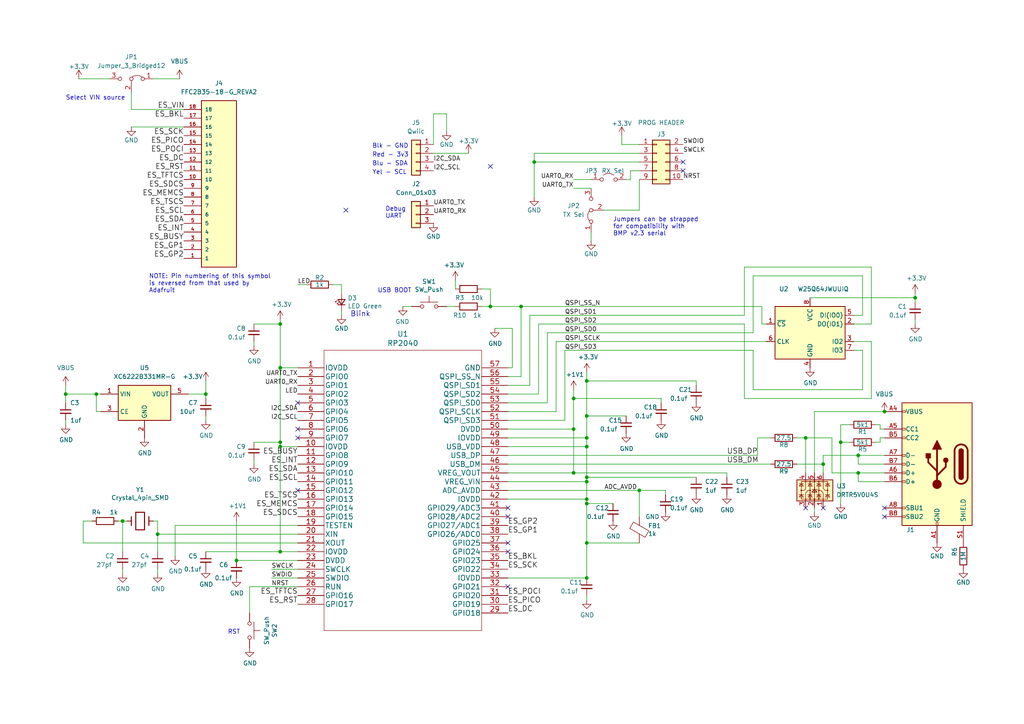
<source format=kicad_sch>
(kicad_sch (version 20211123) (generator eeschema)
  (paper "A4")
  (lib_symbols
    (symbol "Connector:USB_C_Receptacle_USB2.0" (pin_names (offset 1.016))
      (property "Reference" "J" (at -10.16 19.05 0))
      (property "Value" "USB_C_Receptacle_USB2.0" (at 19.05 19.05 0))
      (symbol "USB_C_Receptacle_USB2.0_1_1"
        (pin passive line (at 0 -22.86 90) (length 5.08) (name "GND") (number "A1"))
        (pin passive line (at 0 -22.86 90) (length 5.08) hide (name "GND") (number "A12"))
        (pin passive line (at 15.24 15.24 180) (length 5.08) (name "VBUS") (number "A4"))
        (pin bidirectional line (at 15.24 10.16 180) (length 5.08) (name "CC1") (number "A5"))
        (pin bidirectional line (at 15.24 -2.54 180) (length 5.08) (name "D+") (number "A6"))
        (pin bidirectional line (at 15.24 2.54 180) (length 5.08) (name "D-") (number "A7"))
        (pin bidirectional line (at 15.24 -12.7 180) (length 5.08) (name "SBU1") (number "A8"))
        (pin passive line (at 15.24 15.24 180) (length 5.08) hide (name "VBUS") (number "A9"))
        (pin passive line (at 0 -22.86 90) (length 5.08) hide (name "GND") (number "B1"))
        (pin passive line (at 0 -22.86 90) (length 5.08) hide (name "GND") (number "B12"))
        (pin passive line (at 15.24 15.24 180) (length 5.08) hide (name "VBUS") (number "B4"))
        (pin bidirectional line (at 15.24 7.62 180) (length 5.08) (name "CC2") (number "B5"))
        (pin bidirectional line (at 15.24 -5.08 180) (length 5.08) (name "D+") (number "B6"))
        (pin bidirectional line (at 15.24 0 180) (length 5.08) (name "D-") (number "B7"))
        (pin bidirectional line (at 15.24 -15.24 180) (length 5.08) (name "SBU2") (number "B8"))
        (pin passive line (at 15.24 15.24 180) (length 5.08) hide (name "VBUS") (number "B9"))
        (pin passive line (at -7.62 -22.86 90) (length 5.08) (name "SHIELD") (number "S1"))
      )
    )
    (symbol "Connector_Generic:Conn_01x03" (pin_names (offset 1.016) hide)
      (property "Reference" "J" (at 0 5.08 0))
      (property "Value" "Conn_01x03" (at 0 -5.08 0))
      (symbol "Conn_01x03_1_1"
        (pin passive line (at -5.08 2.54 0) (length 3.81) (name "Pin_1") (number "1"))
        (pin passive line (at -5.08 0 0) (length 3.81) (name "Pin_2") (number "2"))
        (pin passive line (at -5.08 -2.54 0) (length 3.81) (name "Pin_3") (number "3"))
      )
    )
    (symbol "Connector_Generic:Conn_01x04" (pin_names (offset 1.016) hide)
      (property "Reference" "J" (at 0 5.08 0))
      (property "Value" "Conn_01x04" (at 0 -7.62 0))
      (symbol "Conn_01x04_1_1"
        (pin passive line (at -5.08 2.54 0) (length 3.81) (name "Pin_1") (number "1"))
        (pin passive line (at -5.08 0 0) (length 3.81) (name "Pin_2") (number "2"))
        (pin passive line (at -5.08 -2.54 0) (length 3.81) (name "Pin_3") (number "3"))
        (pin passive line (at -5.08 -5.08 0) (length 3.81) (name "Pin_4") (number "4"))
      )
    )
    (symbol "Connector_Generic:Conn_02x05_Odd_Even" (pin_names (offset 1.016) hide)
      (property "Reference" "J" (at 1.27 7.62 0))
      (property "Value" "Conn_02x05_Odd_Even" (at 1.27 -7.62 0))
      (symbol "Conn_02x05_Odd_Even_1_1"
        (pin passive line (at -5.08 5.08 0) (length 3.81) (name "Pin_1") (number "1"))
        (pin passive line (at 7.62 -5.08 180) (length 3.81) (name "Pin_10") (number "10"))
        (pin passive line (at 7.62 5.08 180) (length 3.81) (name "Pin_2") (number "2"))
        (pin passive line (at -5.08 2.54 0) (length 3.81) (name "Pin_3") (number "3"))
        (pin passive line (at 7.62 2.54 180) (length 3.81) (name "Pin_4") (number "4"))
        (pin passive line (at -5.08 0 0) (length 3.81) (name "Pin_5") (number "5"))
        (pin passive line (at 7.62 0 180) (length 3.81) (name "Pin_6") (number "6"))
        (pin passive line (at -5.08 -2.54 0) (length 3.81) (name "Pin_7") (number "7"))
        (pin passive line (at 7.62 -2.54 180) (length 3.81) (name "Pin_8") (number "8"))
        (pin passive line (at -5.08 -5.08 0) (length 3.81) (name "Pin_9") (number "9"))
      )
    )
    (symbol "Device:C_Small" (pin_numbers hide) (pin_names (offset 0.254) hide)
      (property "Reference" "C" (at 0.254 1.778 0))
      (property "Value" "C_Small" (at 0.254 -2.032 0))
      (symbol "C_Small_1_1"
        (pin passive line (at 0 2.54 270) (length 2.032) (name "~") (number "1"))
        (pin passive line (at 0 -2.54 90) (length 2.032) (name "~") (number "2"))
      )
    )
    (symbol "Device:FerriteBead" (pin_numbers hide) (pin_names (offset 0))
      (property "Reference" "FB" (at -3.81 0.635 90))
      (property "Value" "FerriteBead" (at 3.81 0 90))
      (symbol "FerriteBead_1_1"
        (pin passive line (at 0 3.81 270) (length 2.54) (name "~") (number "1"))
        (pin passive line (at 0 -3.81 90) (length 2.54) (name "~") (number "2"))
      )
    )
    (symbol "Device:LED_Small" (pin_numbers hide) (pin_names (offset 0.254) hide)
      (property "Reference" "D" (at -1.27 3.175 0))
      (property "Value" "LED_Small" (at -4.445 -2.54 0))
      (symbol "LED_Small_1_1"
        (pin passive line (at -2.54 0 0) (length 1.778) (name "K") (number "1"))
        (pin passive line (at 2.54 0 180) (length 1.778) (name "A") (number "2"))
      )
    )
    (symbol "Device:R" (pin_numbers hide) (pin_names (offset 0))
      (property "Reference" "R" (at 2.032 0 90))
      (property "Value" "R" (at 0 0 90))
      (symbol "R_1_1"
        (pin passive line (at 0 3.81 270) (length 1.27) (name "~") (number "1"))
        (pin passive line (at 0 -3.81 90) (length 1.27) (name "~") (number "2"))
      )
    )
    (symbol "Jumper:Jumper_2_Open" (pin_names (offset 0) hide)
      (property "Reference" "JP" (at 0 2.794 0))
      (property "Value" "Jumper_2_Open" (at 0 -2.286 0))
      (symbol "Jumper_2_Open_1_1"
        (pin passive line (at -5.08 0 0) (length 2.54) (name "A") (number "1"))
        (pin passive line (at 5.08 0 180) (length 2.54) (name "B") (number "2"))
      )
    )
    (symbol "Jumper:Jumper_3_Bridged12" (pin_names (offset 0) hide)
      (property "Reference" "JP" (at -2.54 -2.54 0))
      (property "Value" "Jumper_3_Bridged12" (at 0 2.794 0))
      (symbol "Jumper_3_Bridged12_1_1"
        (pin passive line (at -6.35 0 0) (length 2.54) (name "A") (number "1"))
        (pin passive line (at 0 -3.81 90) (length 2.54) (name "C") (number "2"))
        (pin passive line (at 6.35 0 180) (length 2.54) (name "B") (number "3"))
      )
    )
    (symbol "Memory_Flash:W25Q32JVSS"
      (property "Reference" "U" (at -8.89 8.89 0))
      (property "Value" "W25Q32JVSS" (at 7.62 8.89 0))
      (symbol "W25Q32JVSS_1_1"
        (pin input line (at -12.7 2.54 0) (length 2.54) (name "~{CS}") (number "1"))
        (pin bidirectional line (at 12.7 2.54 180) (length 2.54) (name "DO(IO1)") (number "2"))
        (pin bidirectional line (at 12.7 -2.54 180) (length 2.54) (name "IO2") (number "3"))
        (pin power_in line (at 0 -10.16 90) (length 2.54) (name "GND") (number "4"))
        (pin bidirectional line (at 12.7 5.08 180) (length 2.54) (name "DI(IO0)") (number "5"))
        (pin input line (at -12.7 -2.54 0) (length 2.54) (name "CLK") (number "6"))
        (pin bidirectional line (at 12.7 -5.08 180) (length 2.54) (name "IO3") (number "7"))
        (pin power_in line (at 0 10.16 270) (length 2.54) (name "VCC") (number "8"))
      )
    )
    (symbol "Power_Protection:NUP4202"
      (property "Reference" "U" (at -6.985 -2.54 0))
      (property "Value" "NUP4202" (at 6.35 1.27 90))
      (symbol "NUP4202_1_1"
        (pin passive line (at -2.54 -5.08 90) (length 2.54) (name "~") (number "1"))
        (pin passive line (at 0 -5.08 90) (length 2.54) (name "~") (number "2"))
        (pin passive line (at 2.54 -5.08 90) (length 2.54) (name "~") (number "3"))
        (pin passive line (at 2.54 5.08 270) (length 2.54) (name "~") (number "4"))
        (pin passive line (at 0 5.08 270) (length 2.54) (name "~") (number "5"))
        (pin passive line (at -2.54 5.08 270) (length 2.54) (name "~") (number "6"))
      )
    )
    (symbol "Regulator_Linear:XC6210B332MR"
      (property "Reference" "U" (at 0 8.89 0))
      (property "Value" "XC6210B332MR" (at 0 6.35 0))
      (symbol "XC6210B332MR_1_1"
        (pin power_in line (at -12.7 2.54 0) (length 5.08) (name "VIN") (number "1"))
        (pin power_in line (at 0 -10.16 90) (length 5.08) (name "GND") (number "2"))
        (pin input line (at -12.7 -2.54 0) (length 5.08) (name "CE") (number "3"))
        (pin no_connect line (at 12.7 -2.54 180) (length 5.08) hide (name "NC") (number "4"))
        (pin power_out line (at 12.7 2.54 180) (length 5.08) (name "VOUT") (number "5"))
      )
    )
    (symbol "Switch:SW_Push" (pin_numbers hide) (pin_names (offset 1.016) hide)
      (property "Reference" "SW" (at 1.27 2.54 0))
      (property "Value" "SW_Push" (at 0 -1.524 0))
      (symbol "SW_Push_0_1"
        (pin passive line (at -5.08 0 0) (length 2.54) (name "1") (number "1"))
        (pin passive line (at 5.08 0 180) (length 2.54) (name "2") (number "2"))
      )
    )
    (symbol "emeb_library:Crystal_4pin_SMD" (pin_numbers hide) (pin_names (offset 1.016) hide)
      (property "Reference" "Y" (at 0 3.81 0))
      (property "Value" "Crystal_4pin_SMD" (at 0 -3.81 0))
      (symbol "Crystal_4pin_SMD_1_1"
        (pin passive line (at -3.81 0 0) (length 1.27) (name "1") (number "1"))
        (pin passive line (at 3.81 0 180) (length 1.27) (name "3") (number "3"))
      )
    )
    (symbol "emeb_library:FFC2B35-18-G_REVA2" (pin_names (offset 1.016))
      (property "Reference" "J" (at -5.08 26.67 0))
      (property "Value" "FFC2B35-18-G_REVA2" (at -5.08 -25.4 0))
      (symbol "FFC2B35-18-G_REVA2_0_0"
        (pin passive line (at -10.16 22.86 0) (length 5.08) (name "1") (number "1"))
        (pin passive line (at -10.16 0 0) (length 5.08) (name "10") (number "10"))
        (pin passive line (at -10.16 -2.54 0) (length 5.08) (name "11") (number "11"))
        (pin passive line (at -10.16 -5.08 0) (length 5.08) (name "12") (number "12"))
        (pin passive line (at -10.16 -7.62 0) (length 5.08) (name "13") (number "13"))
        (pin passive line (at -10.16 -10.16 0) (length 5.08) (name "14") (number "14"))
        (pin passive line (at -10.16 -12.7 0) (length 5.08) (name "15") (number "15"))
        (pin passive line (at -10.16 -15.24 0) (length 5.08) (name "16") (number "16"))
        (pin passive line (at -10.16 -17.78 0) (length 5.08) (name "17") (number "17"))
        (pin passive line (at -10.16 -20.32 0) (length 5.08) (name "18") (number "18"))
        (pin passive line (at -10.16 20.32 0) (length 5.08) (name "2") (number "2"))
        (pin passive line (at -10.16 17.78 0) (length 5.08) (name "3") (number "3"))
        (pin passive line (at -10.16 15.24 0) (length 5.08) (name "4") (number "4"))
        (pin passive line (at -10.16 12.7 0) (length 5.08) (name "5") (number "5"))
        (pin passive line (at -10.16 10.16 0) (length 5.08) (name "6") (number "6"))
        (pin passive line (at -10.16 7.62 0) (length 5.08) (name "7") (number "7"))
        (pin passive line (at -10.16 5.08 0) (length 5.08) (name "8") (number "8"))
        (pin passive line (at -10.16 2.54 0) (length 5.08) (name "9") (number "9"))
      )
    )
    (symbol "emeb_library:RP2040" (pin_names (offset 0.254))
      (property "Reference" "U" (at 30.48 10.16 0))
      (property "Value" "RP2040" (at 30.48 7.62 0))
      (symbol "RP2040_1_1"
        (pin power_in line (at 0 0 0) (length 7.62) (name "IOVDD") (number "1"))
        (pin power_in line (at 0 -22.86 0) (length 7.62) (name "IOVDD") (number "10"))
        (pin bidirectional line (at 0 -25.4 0) (length 7.62) (name "GPIO8") (number "11"))
        (pin bidirectional line (at 0 -27.94 0) (length 7.62) (name "GPIO9") (number "12"))
        (pin bidirectional line (at 0 -30.48 0) (length 7.62) (name "GPIO10") (number "13"))
        (pin bidirectional line (at 0 -33.02 0) (length 7.62) (name "GPIO11") (number "14"))
        (pin bidirectional line (at 0 -35.56 0) (length 7.62) (name "GPIO12") (number "15"))
        (pin bidirectional line (at 0 -38.1 0) (length 7.62) (name "GPIO13") (number "16"))
        (pin bidirectional line (at 0 -40.64 0) (length 7.62) (name "GPIO14") (number "17"))
        (pin bidirectional line (at 0 -43.18 0) (length 7.62) (name "GPIO15") (number "18"))
        (pin unspecified line (at 0 -45.72 0) (length 7.62) (name "TESTEN") (number "19"))
        (pin bidirectional line (at 0 -2.54 0) (length 7.62) (name "GPIO0") (number "2"))
        (pin unspecified line (at 0 -48.26 0) (length 7.62) (name "XIN") (number "20"))
        (pin output line (at 0 -50.8 0) (length 7.62) (name "XOUT") (number "21"))
        (pin power_in line (at 0 -53.34 0) (length 7.62) (name "IOVDD") (number "22"))
        (pin power_in line (at 0 -55.88 0) (length 7.62) (name "DVDD") (number "23"))
        (pin unspecified line (at 0 -58.42 0) (length 7.62) (name "SWCLK") (number "24"))
        (pin unspecified line (at 0 -60.96 0) (length 7.62) (name "SWDIO") (number "25"))
        (pin unspecified line (at 0 -63.5 0) (length 7.62) (name "RUN") (number "26"))
        (pin bidirectional line (at 0 -66.04 0) (length 7.62) (name "GPIO16") (number "27"))
        (pin bidirectional line (at 0 -68.58 0) (length 7.62) (name "GPIO17") (number "28"))
        (pin bidirectional line (at 60.96 -71.12 180) (length 7.62) (name "GPIO18") (number "29"))
        (pin bidirectional line (at 0 -5.08 0) (length 7.62) (name "GPIO1") (number "3"))
        (pin bidirectional line (at 60.96 -68.58 180) (length 7.62) (name "GPIO19") (number "30"))
        (pin bidirectional line (at 60.96 -66.04 180) (length 7.62) (name "GPIO20") (number "31"))
        (pin bidirectional line (at 60.96 -63.5 180) (length 7.62) (name "GPIO21") (number "32"))
        (pin power_in line (at 60.96 -60.96 180) (length 7.62) (name "IOVDD") (number "33"))
        (pin bidirectional line (at 60.96 -58.42 180) (length 7.62) (name "GPIO22") (number "34"))
        (pin bidirectional line (at 60.96 -55.88 180) (length 7.62) (name "GPIO23") (number "35"))
        (pin bidirectional line (at 60.96 -53.34 180) (length 7.62) (name "GPIO24") (number "36"))
        (pin bidirectional line (at 60.96 -50.8 180) (length 7.62) (name "GPIO25") (number "37"))
        (pin bidirectional line (at 60.96 -48.26 180) (length 7.62) (name "GPIO26/ADC0") (number "38"))
        (pin bidirectional line (at 60.96 -45.72 180) (length 7.62) (name "GPIO27/ADC1") (number "39"))
        (pin bidirectional line (at 0 -7.62 0) (length 7.62) (name "GPIO2") (number "4"))
        (pin bidirectional line (at 60.96 -43.18 180) (length 7.62) (name "GPIO28/ADC2") (number "40"))
        (pin bidirectional line (at 60.96 -40.64 180) (length 7.62) (name "GPIO29/ADC3") (number "41"))
        (pin power_in line (at 60.96 -38.1 180) (length 7.62) (name "IOVDD") (number "42"))
        (pin power_in line (at 60.96 -35.56 180) (length 7.62) (name "ADC_AVDD") (number "43"))
        (pin unspecified line (at 60.96 -33.02 180) (length 7.62) (name "VREG_VIN") (number "44"))
        (pin output line (at 60.96 -30.48 180) (length 7.62) (name "VREG_VOUT") (number "45"))
        (pin unspecified line (at 60.96 -27.94 180) (length 7.62) (name "USB_DM") (number "46"))
        (pin unspecified line (at 60.96 -25.4 180) (length 7.62) (name "USB_DP") (number "47"))
        (pin power_in line (at 60.96 -22.86 180) (length 7.62) (name "USB_VDD") (number "48"))
        (pin power_in line (at 60.96 -20.32 180) (length 7.62) (name "IOVDD") (number "49"))
        (pin bidirectional line (at 0 -10.16 0) (length 7.62) (name "GPIO3") (number "5"))
        (pin power_in line (at 60.96 -17.78 180) (length 7.62) (name "DVDD") (number "50"))
        (pin bidirectional line (at 60.96 -15.24 180) (length 7.62) (name "QSPI_SD3") (number "51"))
        (pin unspecified line (at 60.96 -12.7 180) (length 7.62) (name "QSPI_SCLK") (number "52"))
        (pin bidirectional line (at 60.96 -10.16 180) (length 7.62) (name "QSPI_SD0") (number "53"))
        (pin bidirectional line (at 60.96 -7.62 180) (length 7.62) (name "QSPI_SD2") (number "54"))
        (pin bidirectional line (at 60.96 -5.08 180) (length 7.62) (name "QSPI_SD1") (number "55"))
        (pin unspecified line (at 60.96 -2.54 180) (length 7.62) (name "QSPI_SS_N") (number "56"))
        (pin power_in line (at 60.96 0 180) (length 7.62) (name "GND") (number "57"))
        (pin bidirectional line (at 0 -12.7 0) (length 7.62) (name "GPIO4") (number "6"))
        (pin bidirectional line (at 0 -15.24 0) (length 7.62) (name "GPIO5") (number "7"))
        (pin bidirectional line (at 0 -17.78 0) (length 7.62) (name "GPIO6") (number "8"))
        (pin bidirectional line (at 0 -20.32 0) (length 7.62) (name "GPIO7") (number "9"))
      )
    )
    (symbol "power:+1V1" (power) (pin_names (offset 0))
      (property "Value" "+1V1" (at 0 3.556 0))
      (symbol "+1V1_1_1"
        (pin power_in line (at 0 0 90) (length 0) hide (name "+1V1") (number "1"))
      )
    )
    (symbol "power:+3.3V" (power) (pin_names (offset 0))
      (property "Value" "+3.3V" (at 0 3.556 0))
      (symbol "+3.3V_1_1"
        (pin power_in line (at 0 0 90) (length 0) hide (name "+3.3V") (number "1"))
      )
    )
    (symbol "power:GND" (power) (pin_names (offset 0))
      (property "Value" "GND" (at 0 -3.81 0))
      (symbol "GND_1_1"
        (pin power_in line (at 0 0 270) (length 0) hide (name "GND") (number "1"))
      )
    )
    (symbol "power:VBUS" (power) (pin_names (offset 0))
      (property "Value" "VBUS" (at 0 3.81 0))
      (symbol "VBUS_1_1"
        (pin power_in line (at 0 0 90) (length 0) hide (name "VBUS") (number "1"))
      )
    )
  )
  (junction (at 265.43 86.36))
  (junction (at 170.18 146.05))
  (junction (at 81.28 128.27))
  (junction (at 170.18 120.65))
  (junction (at 185.42 142.24))
  (junction (at 238.76 134.62))
  (junction (at 45.72 154.94))
  (junction (at 154.94 46.99))
  (junction (at 35.56 151.13))
  (junction (at 170.18 129.54))
  (junction (at 27.94 114.3))
  (junction (at 166.37 115.57))
  (junction (at 248.92 132.08))
  (junction (at 248.92 137.16))
  (junction (at 256.54 119.38))
  (junction (at 170.18 157.48))
  (junction (at 151.13 88.9))
  (junction (at 81.28 129.54))
  (junction (at 170.18 139.7))
  (junction (at 142.24 88.9))
  (junction (at 243.84 128.27))
  (junction (at 166.37 137.16))
  (junction (at 68.58 162.56))
  (junction (at 170.18 144.78))
  (junction (at 81.28 106.68))
  (junction (at 81.28 160.02))
  (junction (at 170.18 138.43))
  (junction (at 166.37 124.46))
  (junction (at 59.69 114.3))
  (junction (at 170.18 127))
  (junction (at 81.28 93.98))
  (junction (at 19.05 114.3))
  (junction (at 170.18 110.49))
  (junction (at 233.68 127))
  (junction (at 170.18 167.64))
  (no_connect (at 86.36 142.24))
  (no_connect (at 147.32 157.48))
  (no_connect (at 198.12 49.53))
  (no_connect (at 100.33 60.96))
  (no_connect (at 86.36 127))
  (no_connect (at 147.32 160.02))
  (no_connect (at 147.32 147.32))
  (no_connect (at 256.54 149.86))
  (no_connect (at 198.12 46.99))
  (no_connect (at 256.54 147.32))
  (no_connect (at -6.35 -22.86))
  (no_connect (at 86.36 124.46))
  (no_connect (at 86.36 116.84))
  (no_connect (at 147.32 149.86))
  (no_connect (at 147.32 170.18))
  (no_connect (at 142.24 48.26))
  (no_connect (at 238.76 147.32))
  (no_connect (at 233.68 147.32))
  (wire (pts (xy 166.37 115.57) (xy 166.37 124.46)))
  (wire (pts (xy 255.27 124.46) (xy 255.27 123.19)))
  (wire (pts (xy 182.88 52.07) (xy 182.88 49.53)))
  (wire (pts (xy 119.38 88.9) (xy 116.84 88.9)))
  (wire (pts (xy 59.69 121.92) (xy 59.69 120.65)))
  (wire (pts (xy 234.95 86.36) (xy 265.43 86.36)))
  (wire (pts (xy 233.68 137.16) (xy 233.68 127)))
  (wire (pts (xy 218.44 80.01) (xy 218.44 96.52)))
  (wire (pts (xy 147.32 132.08) (xy 219.71 132.08)))
  (wire (pts (xy 185.42 142.24) (xy 193.04 142.24)))
  (wire (pts (xy 147.32 114.3) (xy 156.21 114.3)))
  (wire (pts (xy 86.36 170.18) (xy 72.39 170.18)))
  (wire (pts (xy 147.32 142.24) (xy 185.42 142.24)))
  (wire (pts (xy 175.26 60.96) (xy 185.42 60.96)))
  (wire (pts (xy 256.54 139.7) (xy 248.92 139.7)))
  (wire (pts (xy 86.36 167.64) (xy 78.74 167.64)))
  (wire (pts (xy 256.54 134.62) (xy 248.92 134.62)))
  (wire (pts (xy 220.98 93.98) (xy 222.25 93.98)))
  (wire (pts (xy 170.18 172.72) (xy 170.18 173.99)))
  (wire (pts (xy 129.54 33.02) (xy 129.54 38.1)))
  (wire (pts (xy 86.36 129.54) (xy 81.28 129.54)))
  (wire (pts (xy 182.88 49.53) (xy 185.42 49.53)))
  (wire (pts (xy 86.36 162.56) (xy 68.58 162.56)))
  (wire (pts (xy 166.37 115.57) (xy 191.77 115.57)))
  (wire (pts (xy 29.21 114.3) (xy 27.94 114.3)))
  (wire (pts (xy 125.73 44.45) (xy 135.89 44.45)))
  (wire (pts (xy 250.19 101.6) (xy 247.65 101.6)))
  (wire (pts (xy 148.59 95.25) (xy 143.51 95.25)))
  (wire (pts (xy 238.76 134.62) (xy 231.14 134.62)))
  (wire (pts (xy 147.32 167.64) (xy 170.18 167.64)))
  (wire (pts (xy 86.36 160.02) (xy 81.28 160.02)))
  (wire (pts (xy 54.61 114.3) (xy 59.69 114.3)))
  (wire (pts (xy 81.28 93.98) (xy 81.28 92.71)))
  (wire (pts (xy 220.98 88.9) (xy 220.98 93.98)))
  (wire (pts (xy 147.32 129.54) (xy 170.18 129.54)))
  (wire (pts (xy 34.29 151.13) (xy 35.56 151.13)))
  (wire (pts (xy 151.13 88.9) (xy 151.13 109.22)))
  (wire (pts (xy 24.13 151.13) (xy 26.67 151.13)))
  (wire (pts (xy 256.54 137.16) (xy 248.92 137.16)))
  (wire (pts (xy 170.18 110.49) (xy 201.93 110.49)))
  (wire (pts (xy 99.06 90.17) (xy 99.06 91.44)))
  (wire (pts (xy 265.43 86.36) (xy 265.43 87.63)))
  (wire (pts (xy 247.65 91.44) (xy 250.19 91.44)))
  (wire (pts (xy 170.18 139.7) (xy 170.18 144.78)))
  (wire (pts (xy 35.56 166.37) (xy 35.56 165.1)))
  (wire (pts (xy 81.28 106.68) (xy 81.28 128.27)))
  (wire (pts (xy 255.27 127) (xy 255.27 128.27)))
  (wire (pts (xy 170.18 107.95) (xy 170.18 110.49)))
  (wire (pts (xy 236.22 137.16) (xy 236.22 119.38)))
  (wire (pts (xy 166.37 124.46) (xy 166.37 137.16)))
  (wire (pts (xy 170.18 167.64) (xy 170.18 157.48)))
  (wire (pts (xy 250.19 91.44) (xy 250.19 80.01)))
  (wire (pts (xy 256.54 132.08) (xy 248.92 132.08)))
  (wire (pts (xy 252.73 77.47) (xy 252.73 93.98)))
  (wire (pts (xy 147.32 127) (xy 170.18 127)))
  (wire (pts (xy 166.37 54.61) (xy 171.45 54.61)))
  (wire (pts (xy 170.18 138.43) (xy 201.93 138.43)))
  (wire (pts (xy 86.36 157.48) (xy 24.13 157.48)))
  (wire (pts (xy 156.21 93.98) (xy 215.9 93.98)))
  (wire (pts (xy 241.3 127) (xy 241.3 137.16)))
  (wire (pts (xy 73.66 93.98) (xy 81.28 93.98)))
  (wire (pts (xy 22.86 22.86) (xy 31.75 22.86)))
  (wire (pts (xy 35.56 160.02) (xy 35.56 151.13)))
  (wire (pts (xy 73.66 128.27) (xy 81.28 128.27)))
  (wire (pts (xy 215.9 115.57) (xy 215.9 93.98)))
  (wire (pts (xy 256.54 127) (xy 255.27 127)))
  (wire (pts (xy 185.42 60.96) (xy 185.42 52.07)))
  (wire (pts (xy 185.42 157.48) (xy 170.18 157.48)))
  (wire (pts (xy 246.38 123.19) (xy 243.84 123.19)))
  (wire (pts (xy 44.45 22.86) (xy 52.07 22.86)))
  (wire (pts (xy 147.32 121.92) (xy 163.83 121.92)))
  (wire (pts (xy 45.72 154.94) (xy 45.72 160.02)))
  (wire (pts (xy 248.92 137.16) (xy 241.3 137.16)))
  (wire (pts (xy 154.94 46.99) (xy 154.94 57.15)))
  (wire (pts (xy 252.73 99.06) (xy 252.73 115.57)))
  (wire (pts (xy 166.37 113.03) (xy 166.37 115.57)))
  (wire (pts (xy 38.1 31.75) (xy 53.34 31.75)))
  (wire (pts (xy 132.08 81.28) (xy 132.08 83.82)))
  (wire (pts (xy 59.69 160.02) (xy 81.28 160.02)))
  (wire (pts (xy 81.28 129.54) (xy 81.28 160.02)))
  (wire (pts (xy 151.13 88.9) (xy 220.98 88.9)))
  (wire (pts (xy 210.82 137.16) (xy 210.82 138.43)))
  (wire (pts (xy 247.65 99.06) (xy 252.73 99.06)))
  (wire (pts (xy 125.73 33.02) (xy 129.54 33.02)))
  (wire (pts (xy 151.13 88.9) (xy 142.24 88.9)))
  (wire (pts (xy 86.36 82.55) (xy 88.9 82.55)))
  (wire (pts (xy 147.32 124.46) (xy 166.37 124.46)))
  (wire (pts (xy 45.72 151.13) (xy 45.72 154.94)))
  (wire (pts (xy 255.27 128.27) (xy 254 128.27)))
  (wire (pts (xy 180.34 39.37) (xy 180.34 41.91)))
  (wire (pts (xy 166.37 137.16) (xy 147.32 137.16)))
  (wire (pts (xy 161.29 99.06) (xy 222.25 99.06)))
  (wire (pts (xy 250.19 113.03) (xy 250.19 101.6)))
  (wire (pts (xy 250.19 80.01) (xy 218.44 80.01)))
  (wire (pts (xy 148.59 95.25) (xy 148.59 106.68)))
  (wire (pts (xy 215.9 77.47) (xy 215.9 91.44)))
  (wire (pts (xy 170.18 146.05) (xy 177.8 146.05)))
  (wire (pts (xy 166.37 52.07) (xy 171.45 52.07)))
  (wire (pts (xy 154.94 44.45) (xy 185.42 44.45)))
  (wire (pts (xy 19.05 114.3) (xy 19.05 116.84)))
  (wire (pts (xy 170.18 110.49) (xy 170.18 120.65)))
  (wire (pts (xy 53.34 36.83) (xy 38.1 36.83)))
  (wire (pts (xy 147.32 144.78) (xy 170.18 144.78)))
  (wire (pts (xy 81.28 128.27) (xy 81.28 129.54)))
  (wire (pts (xy 73.66 134.62) (xy 73.66 133.35)))
  (wire (pts (xy 181.61 120.65) (xy 170.18 120.65)))
  (wire (pts (xy 193.04 142.24) (xy 193.04 143.51)))
  (wire (pts (xy 166.37 137.16) (xy 210.82 137.16)))
  (wire (pts (xy 153.67 91.44) (xy 215.9 91.44)))
  (wire (pts (xy 132.08 88.9) (xy 129.54 88.9)))
  (wire (pts (xy 255.27 123.19) (xy 254 123.19)))
  (wire (pts (xy 191.77 115.57) (xy 191.77 116.84)))
  (wire (pts (xy 246.38 128.27) (xy 243.84 128.27)))
  (wire (pts (xy 38.1 26.67) (xy 38.1 31.75)))
  (wire (pts (xy 158.75 96.52) (xy 218.44 96.52)))
  (wire (pts (xy 147.32 139.7) (xy 170.18 139.7)))
  (wire (pts (xy 163.83 101.6) (xy 218.44 101.6)))
  (wire (pts (xy 256.54 119.38) (xy 236.22 119.38)))
  (wire (pts (xy 99.06 82.55) (xy 99.06 85.09)))
  (wire (pts (xy 248.92 134.62) (xy 248.92 132.08)))
  (wire (pts (xy 147.32 116.84) (xy 158.75 116.84)))
  (wire (pts (xy 185.42 149.86) (xy 185.42 142.24)))
  (wire (pts (xy 50.8 152.4) (xy 50.8 161.29)))
  (wire (pts (xy 170.18 120.65) (xy 170.18 127)))
  (wire (pts (xy 125.73 41.91) (xy 125.73 33.02)))
  (wire (pts (xy 170.18 129.54) (xy 170.18 127)))
  (wire (pts (xy 72.39 170.18) (xy 72.39 177.8)))
  (wire (pts (xy 44.45 151.13) (xy 45.72 151.13)))
  (wire (pts (xy 59.69 114.3) (xy 59.69 110.49)))
  (wire (pts (xy 171.45 67.31) (xy 171.45 69.85)))
  (wire (pts (xy 238.76 132.08) (xy 238.76 134.62)))
  (wire (pts (xy 243.84 123.19) (xy 243.84 128.27)))
  (wire (pts (xy 153.67 111.76) (xy 153.67 91.44)))
  (wire (pts (xy 248.92 139.7) (xy 248.92 137.16)))
  (wire (pts (xy 218.44 113.03) (xy 250.19 113.03)))
  (wire (pts (xy 81.28 93.98) (xy 81.28 106.68)))
  (wire (pts (xy 252.73 93.98) (xy 247.65 93.98)))
  (wire (pts (xy 35.56 151.13) (xy 36.83 151.13)))
  (wire (pts (xy 96.52 82.55) (xy 99.06 82.55)))
  (wire (pts (xy 170.18 139.7) (xy 170.18 138.43)))
  (wire (pts (xy 27.94 119.38) (xy 29.21 119.38)))
  (wire (pts (xy 238.76 137.16) (xy 238.76 134.62)))
  (wire (pts (xy 139.7 88.9) (xy 142.24 88.9)))
  (wire (pts (xy 154.94 46.99) (xy 185.42 46.99)))
  (wire (pts (xy 231.14 127) (xy 233.68 127)))
  (wire (pts (xy 68.58 162.56) (xy 68.58 151.13)))
  (wire (pts (xy 252.73 115.57) (xy 215.9 115.57)))
  (wire (pts (xy 185.42 41.91) (xy 180.34 41.91)))
  (wire (pts (xy 170.18 146.05) (xy 170.18 157.48)))
  (wire (pts (xy 27.94 114.3) (xy 27.94 119.38)))
  (wire (pts (xy 142.24 83.82) (xy 142.24 88.9)))
  (wire (pts (xy 147.32 111.76) (xy 153.67 111.76)))
  (wire (pts (xy 170.18 138.43) (xy 170.18 129.54)))
  (wire (pts (xy 147.32 119.38) (xy 161.29 119.38)))
  (wire (pts (xy 181.61 52.07) (xy 182.88 52.07)))
  (wire (pts (xy 170.18 144.78) (xy 170.18 146.05)))
  (wire (pts (xy 19.05 121.92) (xy 19.05 123.19)))
  (wire (pts (xy 248.92 132.08) (xy 238.76 132.08)))
  (wire (pts (xy 27.94 114.3) (xy 19.05 114.3)))
  (wire (pts (xy 163.83 121.92) (xy 163.83 101.6)))
  (wire (pts (xy 201.93 110.49) (xy 201.93 111.76)))
  (wire (pts (xy 86.36 106.68) (xy 81.28 106.68)))
  (wire (pts (xy 24.13 157.48) (xy 24.13 151.13)))
  (wire (pts (xy 86.36 165.1) (xy 78.74 165.1)))
  (wire (pts (xy 265.43 85.09) (xy 265.43 86.36)))
  (wire (pts (xy 241.3 127) (xy 233.68 127)))
  (wire (pts (xy 45.72 166.37) (xy 45.72 165.1)))
  (wire (pts (xy 154.94 44.45) (xy 154.94 46.99)))
  (wire (pts (xy 139.7 83.82) (xy 142.24 83.82)))
  (wire (pts (xy 265.43 92.71) (xy 265.43 93.98)))
  (wire (pts (xy 252.73 77.47) (xy 215.9 77.47)))
  (wire (pts (xy 147.32 134.62) (xy 223.52 134.62)))
  (wire (pts (xy 147.32 109.22) (xy 151.13 109.22)))
  (wire (pts (xy 158.75 96.52) (xy 158.75 116.84)))
  (wire (pts (xy 59.69 115.57) (xy 59.69 114.3)))
  (wire (pts (xy 161.29 119.38) (xy 161.29 99.06)))
  (wire (pts (xy 236.22 148.59) (xy 236.22 147.32)))
  (wire (pts (xy 219.71 127) (xy 219.71 132.08)))
  (wire (pts (xy 86.36 154.94) (xy 45.72 154.94)))
  (wire (pts (xy 223.52 127) (xy 219.71 127)))
  (wire (pts (xy 86.36 152.4) (xy 50.8 152.4)))
  (wire (pts (xy 256.54 124.46) (xy 255.27 124.46)))
  (wire (pts (xy 243.84 128.27) (xy 243.84 146.05)))
  (wire (pts (xy 147.32 106.68) (xy 148.59 106.68)))
  (wire (pts (xy 73.66 100.33) (xy 73.66 99.06)))
  (wire (pts (xy 19.05 111.76) (xy 19.05 114.3)))
  (wire (pts (xy 218.44 101.6) (xy 218.44 113.03)))
  (wire (pts (xy 156.21 114.3) (xy 156.21 93.98)))
  (text "Debug\nUART" (at 111.76 63.5 0) (effects (font (size 1.27 1.27)) (justify left bottom)))
  (text "NOTE: Pin numbering of this symbol\nis reversed from that used by\nAdafruit " (at 43.18 85.09 0) (effects (font (size 1.27 1.27)) (justify left bottom)))
  (text "Yel - SCL" (at 107.95 50.8 0) (effects (font (size 1.27 1.27)) (justify left bottom)))
  (text "Blu - SDA" (at 107.95 48.26 0) (effects (font (size 1.27 1.27)) (justify left bottom)))
  (text "Jumpers can be strapped\nfor compatibility with\nBMP v2.3 serial" (at 177.8 68.58 0) (effects (font (size 1.27 1.27)) (justify left bottom)))
  (text "USB BOOT" (at 119.38 85.09 180) (effects (font (size 1.27 1.27)) (justify right bottom)))
  (text "Select VIN source" (at 19.05 29.21 0) (effects (font (size 1.27 1.27)) (justify left bottom)))
  (text "Blink" (at 101.6 92.075 0) (effects (font (size 1.524 1.524)) (justify left bottom)))
  (text "RST" (at 66.04 184.15 0) (effects (font (size 1.27 1.27)) (justify left bottom)))
  (text "Red - 3v3" (at 107.95 45.72 0) (effects (font (size 1.27 1.27)) (justify left bottom)))
  (text "Blk - GND" (at 107.95 43.18 0) (effects (font (size 1.27 1.27)) (justify left bottom)))
  (label "ES_TFTCS" (at 53.34 52.07 180) (effects (font (size 1.524 1.524))))
  (label "ES_INT" (at 53.34 67.31 180) (effects (font (size 1.524 1.524))))
  (label "ES_VIN" (at 45.72 31.75 0) (effects (font (size 1.524 1.524))))
  (label "UART0_TX" (at 125.73 59.69 0))
  (label "ES_BUSY" (at 86.36 132.08 180) (effects (font (size 1.524 1.524))))
  (label "ES_GP2" (at 147.32 152.4 0) (effects (font (size 1.524 1.524))))
  (label "QSPI_SD1" (at 163.83 91.44 0))
  (label "NRST" (at 78.74 170.18 0))
  (label "ES_TFTCS" (at 86.36 172.72 180) (effects (font (size 1.524 1.524))))
  (label "ES_DC" (at 53.34 46.99 180) (effects (font (size 1.524 1.524))))
  (label "ES_MEMCS" (at 86.36 147.32 180) (effects (font (size 1.524 1.524))))
  (label "I2C_SDA" (at 86.36 119.38 180))
  (label "ES_INT" (at 86.36 134.62 180) (effects (font (size 1.524 1.524))))
  (label "ES_BUSY" (at 53.34 69.85 180) (effects (font (size 1.524 1.524))))
  (label "ES_TSCS" (at 53.34 59.69 180) (effects (font (size 1.524 1.524))))
  (label "SWDIO" (at 78.74 167.64 0))
  (label "QSPI_SD0" (at 163.83 96.52 0))
  (label "ES_BKL" (at 147.32 162.56 0) (effects (font (size 1.524 1.524))))
  (label "QSPI_SS_N" (at 163.83 88.9 0))
  (label "ES_RST" (at 86.36 175.26 180) (effects (font (size 1.524 1.524))))
  (label "UART0_TX" (at 166.37 54.61 180))
  (label "ES_BKL" (at 53.34 34.29 180) (effects (font (size 1.524 1.524))))
  (label "SWCLK" (at 78.74 165.1 0))
  (label "ES_SDCS" (at 86.36 149.86 180) (effects (font (size 1.524 1.524))))
  (label "UART0_RX" (at 125.73 62.23 0))
  (label "I2C_SCL" (at 125.73 49.53 0))
  (label "USB_DM" (at 210.82 134.62 0) (effects (font (size 1.524 1.524))))
  (label "ES_POCI" (at 147.32 172.72 0) (effects (font (size 1.524 1.524))))
  (label "ES_PICO" (at 147.32 175.26 0) (effects (font (size 1.524 1.524))))
  (label "ES_SCL" (at 86.36 139.7 180) (effects (font (size 1.524 1.524))))
  (label "ES_SDCS" (at 53.34 54.61 180) (effects (font (size 1.524 1.524))))
  (label "ES_POCI" (at 53.34 44.45 180) (effects (font (size 1.524 1.524))))
  (label "ES_DC" (at 147.32 177.8 0) (effects (font (size 1.524 1.524))))
  (label "ES_SCL" (at 53.34 62.23 180) (effects (font (size 1.524 1.524))))
  (label "UART0_RX" (at 86.36 111.76 180))
  (label "ES_MEMCS" (at 53.34 57.15 180) (effects (font (size 1.524 1.524))))
  (label "LED" (at 86.36 114.3 180))
  (label "ES_SCK" (at 53.34 39.37 180) (effects (font (size 1.524 1.524))))
  (label "QSPI_SD3" (at 163.83 101.6 0))
  (label "ES_RST" (at 53.34 49.53 180) (effects (font (size 1.524 1.524))))
  (label "I2C_SDA" (at 125.73 46.99 0))
  (label "ES_PICO" (at 53.34 41.91 180) (effects (font (size 1.524 1.524))))
  (label "ES_SDA" (at 86.36 137.16 180) (effects (font (size 1.524 1.524))))
  (label "QSPI_SD2" (at 163.83 93.98 0))
  (label "ADC_AVDD" (at 175.26 142.24 0))
  (label "ES_GP2" (at 53.34 74.93 180) (effects (font (size 1.524 1.524))))
  (label "QSPI_SCLK" (at 163.83 99.06 0))
  (label "SWDIO" (at 198.12 41.91 0))
  (label "LED" (at 86.36 82.55 0))
  (label "ES_GP1" (at 53.34 72.39 180) (effects (font (size 1.524 1.524))))
  (label "UART0_TX" (at 86.36 109.22 180))
  (label "ES_GP1" (at 147.32 154.94 0) (effects (font (size 1.524 1.524))))
  (label "SWCLK" (at 198.12 44.45 0))
  (label "ES_SDA" (at 53.34 64.77 180) (effects (font (size 1.524 1.524))))
  (label "USB_DP" (at 210.82 132.08 0) (effects (font (size 1.524 1.524))))
  (label "I2C_SCL" (at 86.36 121.92 180))
  (label "ES_TSCS" (at 86.36 144.78 180) (effects (font (size 1.524 1.524))))
  (label "NRST" (at 198.12 52.07 0))
  (label "ES_SCK" (at 147.32 165.1 0) (effects (font (size 1.524 1.524))))
  (label "UART0_RX" (at 166.37 52.07 180))
  (symbol (lib_id "Device:C_Small") (at 177.8 148.59 0) (unit 1)
    (property "Reference" "C12" (at 172.72 147.32 0) (effects (justify left)))
    (property "Value" "0.1uf" (at 170.18 149.86 0) (effects (justify left)))
    (property "Footprint" "Capacitor_SMD:C_0402_1005Metric" (effects hide))
  )
  (symbol (lib_id "Device:R") (at 250.19 123.19 90) (mirror x) (unit 1)
    (property "Reference" "R1" (at 250.19 125.222 90))
    (property "Value" "5k1" (at 250.19 123.19 90))
    (property "Footprint" "Resistor_SMD:R_0402_1005Metric" (effects hide))
  )
  (symbol (lib_id "Device:C_Small") (at 170.18 170.18 0) (unit 1)
    (property "Reference" "C11" (at 165.1 168.91 0) (effects (justify left)))
    (property "Value" "0.1uf" (at 162.56 171.45 0) (effects (justify left)))
    (property "Footprint" "Capacitor_SMD:C_0402_1005Metric" (effects hide))
  )
  (symbol (lib_id "Device:R") (at 30.48 151.13 270) (unit 1)
    (property "Reference" "R4" (at 27.94 148.59 90))
    (property "Value" "1k" (at 33.02 148.59 90))
    (property "Footprint" "Resistor_SMD:R_0402_1005Metric" (effects hide))
  )
  (symbol (lib_id "Device:C_Small") (at 201.93 140.97 0) (unit 1)
    (property "Reference" "C22" (at 204.47 139.7 0) (effects (justify left)))
    (property "Value" "1uf" (at 204.47 142.24 0) (effects (justify left)))
    (property "Footprint" "Capacitor_SMD:C_0402_1005Metric" (effects hide))
  )
  (symbol (lib_id "Memory_Flash:W25Q32JVSS") (at 234.95 96.52 0) (unit 1)
    (property "Reference" "U2" (at 227.33 83.82 0))
    (property "Value" "W25Q64JWUUIQ" (at 238.76 83.82 0))
    (property "Footprint" "emeb_library:USON-8_4x3" (effects hide))
    (property "Datasheet" "http://www.winbond.com/resource-files/w25q32jv%20revg%2003272018%20plus.pdf" (effects hide))
  )
  (symbol (lib_id "emeb_library:Crystal_4pin_SMD") (at 40.64 151.13 0) (unit 1)
    (property "Reference" "Y1" (at 40.64 142.0368 0))
    (property "Value" "Crystal_4pin_SMD" (at 40.64 144.3482 0))
    (property "Footprint" "Crystal:Crystal_SMD_3225-4Pin_3.2x2.5mm" (effects hide))
  )
  (symbol (lib_id "power:GND") (at 236.22 148.59 0) (mirror y) (unit 1)
    (property "Reference" "#PWR0112" (effects hide))
    (property "Value" "GND" (at 236.22 152.4 0))
  )
  (symbol (lib_id "power:GND") (at 129.54 38.1 0) (unit 1)
    (property "Reference" "#PWR0101" (effects hide))
    (property "Value" "GND" (at 129.54 41.91 0))
  )
  (symbol (lib_id "power:GND") (at 19.05 123.19 0) (unit 1)
    (property "Reference" "#PWR02" (effects hide))
    (property "Value" "GND" (at 19.177 127.5842 0))
  )
  (symbol (lib_id "Device:R") (at 135.89 88.9 270) (mirror x) (unit 1)
    (property "Reference" "R10" (at 133.35 91.44 90))
    (property "Value" "1k" (at 138.43 91.44 90))
    (property "Footprint" "Resistor_SMD:R_0402_1005Metric" (effects hide))
  )
  (symbol (lib_id "Device:R") (at 135.89 83.82 270) (mirror x) (unit 1)
    (property "Reference" "R3" (at 133.35 86.36 90))
    (property "Value" "10k" (at 138.43 86.36 90))
    (property "Footprint" "Resistor_SMD:R_0402_1005Metric" (effects hide))
  )
  (symbol (lib_id "Device:C_Small") (at 19.05 119.38 0) (unit 1)
    (property "Reference" "C3" (at 20.32 116.84 0) (effects (justify left)))
    (property "Value" "1uf" (at 20.32 121.92 0) (effects (justify left)))
    (property "Footprint" "Capacitor_SMD:C_0402_1005Metric" (effects hide))
  )
  (symbol (lib_id "Device:FerriteBead") (at 185.42 153.67 0) (unit 1)
    (property "Reference" "FB1" (at 187.96 152.5016 0) (effects (justify left)))
    (property "Value" "1k" (at 187.96 154.813 0) (effects (justify left)))
    (property "Footprint" "Inductor_SMD:L_0402_1005Metric" (effects hide))
  )
  (symbol (lib_id "Device:C_Small") (at 59.69 162.56 0) (unit 1)
    (property "Reference" "C5" (at 54.61 161.29 0) (effects (justify left)))
    (property "Value" "0.1uf" (at 53.34 165.1 0) (effects (justify left)))
    (property "Footprint" "Capacitor_SMD:C_0402_1005Metric" (effects hide))
  )
  (symbol (lib_id "power:+3.3V") (at 59.69 110.49 0) (unit 1)
    (property "Reference" "#PWR09" (effects hide))
    (property "Value" "+3.3V" (at 55.88 109.22 0))
  )
  (symbol (lib_id "power:GND") (at 177.8 151.13 0) (unit 1)
    (property "Reference" "#U014" (effects hide))
    (property "Value" "GND" (at 177.927 155.5242 0))
  )
  (symbol (lib_id "Device:R") (at 250.19 128.27 90) (mirror x) (unit 1)
    (property "Reference" "R5" (at 250.19 130.302 90))
    (property "Value" "5k1" (at 250.19 128.27 90))
    (property "Footprint" "Resistor_SMD:R_0402_1005Metric" (effects hide))
  )
  (symbol (lib_id "power:GND") (at 279.4 165.1 0) (mirror y) (unit 1)
    (property "Reference" "#PWR0114" (effects hide))
    (property "Value" "GND" (at 279.4 168.91 0))
  )
  (symbol (lib_id "power:GND") (at 73.66 100.33 0) (unit 1)
    (property "Reference" "#U08" (effects hide))
    (property "Value" "GND" (at 73.787 104.7242 0))
  )
  (symbol (lib_id "power:+1V1") (at 68.58 151.13 0) (unit 1)
    (property "Reference" "#PWR013" (effects hide))
    (property "Value" "+1V1" (at 68.961 146.7358 0))
  )
  (symbol (lib_id "Device:C_Small") (at 35.56 162.56 0) (unit 1)
    (property "Reference" "C2" (at 30.48 161.29 0) (effects (justify left)))
    (property "Value" "27pf" (at 27.94 163.83 0) (effects (justify left)))
    (property "Footprint" "Capacitor_SMD:C_0402_1005Metric" (effects hide))
  )
  (symbol (lib_id "power:GND") (at 68.58 167.64 0) (unit 1)
    (property "Reference" "#U010" (effects hide))
    (property "Value" "GND" (at 68.707 172.0342 0))
  )
  (symbol (lib_id "power:GND") (at 73.66 134.62 0) (unit 1)
    (property "Reference" "#U09" (effects hide))
    (property "Value" "GND" (at 73.787 139.0142 0))
  )
  (symbol (lib_id "power:GND") (at 154.94 57.15 0) (unit 1)
    (property "Reference" "#PWR0111" (effects hide))
    (property "Value" "GND" (at 154.94 60.96 0))
  )
  (symbol (lib_id "power:GND") (at 243.84 146.05 0) (mirror y) (unit 1)
    (property "Reference" "#PWR0108" (effects hide))
    (property "Value" "GND" (at 243.84 149.86 0))
  )
  (symbol (lib_id "Device:C_Small") (at 210.82 140.97 0) (unit 1)
    (property "Reference" "C23" (at 213.36 139.7 0) (effects (justify left)))
    (property "Value" "1uf" (at 213.36 142.24 0) (effects (justify left)))
    (property "Footprint" "Capacitor_SMD:C_0402_1005Metric" (effects hide))
  )
  (symbol (lib_id "Device:C_Small") (at 68.58 165.1 0) (unit 1)
    (property "Reference" "C6" (at 63.5 163.83 0) (effects (justify left)))
    (property "Value" "0.1uf" (at 62.23 167.64 0) (effects (justify left)))
    (property "Footprint" "Capacitor_SMD:C_0402_1005Metric" (effects hide))
  )
  (symbol (lib_id "Device:R") (at 279.4 161.29 0) (mirror x) (unit 1)
    (property "Reference" "R6" (at 276.86 160.02 90))
    (property "Value" "1M" (at 279.4 161.29 90))
    (property "Footprint" "Resistor_SMD:R_0402_1005Metric" (effects hide))
  )
  (symbol (lib_id "Device:C_Small") (at 45.72 162.56 0) (unit 1)
    (property "Reference" "C4" (at 40.64 161.29 0) (effects (justify left)))
    (property "Value" "27pf" (at 38.1 163.83 0) (effects (justify left)))
    (property "Footprint" "Capacitor_SMD:C_0402_1005Metric" (effects hide))
  )
  (symbol (lib_id "power:GND") (at 271.78 157.48 0) (mirror y) (unit 1)
    (property "Reference" "#PWR0113" (effects hide))
    (property "Value" "GND" (at 271.78 161.29 0))
  )
  (symbol (lib_id "Switch:SW_Push") (at 124.46 88.9 0) (mirror y) (unit 1)
    (property "Reference" "SW1" (at 124.46 81.661 0))
    (property "Value" "SW_Push" (at 124.46 83.9724 0))
    (property "Footprint" "emeb_library:SW_SPST_PTS815" (effects hide))
  )
  (symbol (lib_id "Connector_Generic:Conn_02x05_Odd_Even") (at 190.5 46.99 0) (unit 1)
    (property "Reference" "J3" (at 191.77 38.9382 0))
    (property "Value" "PROG HEADER" (at 191.77 35.56 0))
    (property "Footprint" "Connector_PinHeader_1.27mm:PinHeader_2x05_P1.27mm_Vertical_SMD" (effects hide))
  )
  (symbol (lib_id "Switch:SW_Push") (at 72.39 182.88 270) (unit 1)
    (property "Reference" "SW2" (at 79.629 182.88 0))
    (property "Value" "SW_Push" (at 77.3176 182.88 0))
    (property "Footprint" "emeb_library:SW_SPST_PTS815" (effects hide))
  )
  (symbol (lib_id "Connector_Generic:Conn_01x03") (at 120.65 62.23 0) (mirror y) (unit 1)
    (property "Reference" "J2" (at 120.65 53.34 0))
    (property "Value" "Conn_01x03" (at 120.65 55.88 0))
    (property "Footprint" "Connector_PinHeader_2.54mm:PinHeader_1x03_P2.54mm_Vertical" (effects hide))
  )
  (symbol (lib_id "Device:C_Small") (at 73.66 96.52 0) (unit 1)
    (property "Reference" "C8" (at 68.58 95.25 0) (effects (justify left)))
    (property "Value" "0.1uf" (at 66.04 97.79 0) (effects (justify left)))
    (property "Footprint" "Capacitor_SMD:C_0402_1005Metric" (effects hide))
  )
  (symbol (lib_id "power:+3.3V") (at 180.34 39.37 0) (unit 1)
    (property "Reference" "#PWR0109" (effects hide))
    (property "Value" "+3.3V" (at 180.34 35.814 0))
  )
  (symbol (lib_id "power:+1V1") (at 166.37 113.03 0) (unit 1)
    (property "Reference" "#PWR021" (effects hide))
    (property "Value" "+1V1" (at 166.751 108.6358 0))
  )
  (symbol (lib_id "power:GND") (at 35.56 166.37 0) (unit 1)
    (property "Reference" "#U04" (effects hide))
    (property "Value" "GND" (at 35.687 170.7642 0))
  )
  (symbol (lib_id "power:GND") (at 201.93 143.51 0) (unit 1)
    (property "Reference" "#U019" (effects hide))
    (property "Value" "GND" (at 202.057 147.9042 0))
  )
  (symbol (lib_id "power:VBUS") (at 19.05 111.76 0) (unit 1)
    (property "Reference" "#PWR0104" (effects hide))
    (property "Value" "VBUS" (at 19.05 106.68 0))
  )
  (symbol (lib_id "Device:C_Small") (at 181.61 123.19 0) (unit 1)
    (property "Reference" "C15" (at 176.53 121.92 0) (effects (justify left)))
    (property "Value" "0.1uf" (at 173.99 124.46 0) (effects (justify left)))
    (property "Footprint" "Capacitor_SMD:C_0402_1005Metric" (effects hide))
  )
  (symbol (lib_id "Device:C_Small") (at 59.69 118.11 0) (unit 1)
    (property "Reference" "C7" (at 54.61 116.84 0) (effects (justify left)))
    (property "Value" "10uf" (at 52.07 119.38 0) (effects (justify left)))
    (property "Footprint" "Capacitor_SMD:C_0805_2012Metric" (effects hide))
  )
  (symbol (lib_id "power:GND") (at 181.61 125.73 0) (unit 1)
    (property "Reference" "#U015" (effects hide))
    (property "Value" "GND" (at 181.737 130.1242 0))
  )
  (symbol (lib_id "power:GND") (at 210.82 143.51 0) (unit 1)
    (property "Reference" "#U021" (effects hide))
    (property "Value" "GND" (at 210.947 147.9042 0))
  )
  (symbol (lib_id "power:VBUS") (at 52.07 22.86 0) (unit 1)
    (property "Reference" "#PWR0106" (effects hide))
    (property "Value" "VBUS" (at 52.07 17.78 0))
  )
  (symbol (lib_id "power:GND") (at 99.06 91.44 0) (unit 1)
    (property "Reference" "#PWR016" (effects hide))
    (property "Value" "GND" (at 99.06 95.25 0))
  )
  (symbol (lib_id "power:GND") (at 234.95 106.68 0) (unit 1)
    (property "Reference" "#U020" (effects hide))
    (property "Value" "GND" (at 235.077 111.0742 0))
  )
  (symbol (lib_id "power:GND") (at 201.93 116.84 0) (unit 1)
    (property "Reference" "#U018" (effects hide))
    (property "Value" "GND" (at 202.057 121.2342 0))
  )
  (symbol (lib_id "power:GND") (at 59.69 165.1 0) (unit 1)
    (property "Reference" "#U07" (effects hide))
    (property "Value" "GND" (at 59.817 169.4942 0))
  )
  (symbol (lib_id "Device:C_Small") (at 201.93 114.3 0) (unit 1)
    (property "Reference" "C21" (at 196.85 113.03 0) (effects (justify left)))
    (property "Value" "0.1uf" (at 194.31 115.57 0) (effects (justify left)))
    (property "Footprint" "Capacitor_SMD:C_0402_1005Metric" (effects hide))
  )
  (symbol (lib_id "Device:R") (at 227.33 127 90) (mirror x) (unit 1)
    (property "Reference" "R8" (at 227.33 129.032 90))
    (property "Value" "27.5" (at 227.33 127 90))
    (property "Footprint" "Resistor_SMD:R_0402_1005Metric" (effects hide))
  )
  (symbol (lib_id "power:GND") (at 265.43 93.98 0) (unit 1)
    (property "Reference" "#U022" (effects hide))
    (property "Value" "GND" (at 265.557 98.3742 0))
  )
  (symbol (lib_id "power:GND") (at 59.69 121.92 0) (unit 1)
    (property "Reference" "#PWR010" (effects hide))
    (property "Value" "GND" (at 59.817 126.3142 0))
  )
  (symbol (lib_id "power:GND") (at 193.04 148.59 0) (unit 1)
    (property "Reference" "#U017" (effects hide))
    (property "Value" "GND" (at 189.23 149.86 0))
  )
  (symbol (lib_id "emeb_library:FFC2B35-18-G_REVA2") (at 63.5 52.07 0) (mirror x) (unit 1)
    (property "Reference" "J4" (at 63.5 24.13 0))
    (property "Value" "FFC2B35-18-G_REVA2" (at 63.5 26.67 0))
    (property "Footprint" "emeb_library:GCT_FFC2B35-18-G_REVA2" (effects hide))
    (property "MANUFACTURER" "GCT" (effects hide))
    (property "PARTREV" "A2" (effects hide))
    (property "STANDARD" "Manufacturer Recommendations" (effects hide))
    (property "MAXIMUM_PACKAGE_HEIGHT" "2 mm" (effects hide))
  )
  (symbol (lib_id "Device:LED_Small") (at 99.06 87.63 90) (unit 1)
    (property "Reference" "D3" (at 100.838 86.4616 90) (effects (justify right)))
    (property "Value" "LED Green" (at 100.838 88.773 90) (effects (justify right)))
    (property "Footprint" "LED_SMD:LED_0603_1608Metric" (effects hide))
  )
  (symbol (lib_id "power:GND") (at 143.51 95.25 0) (unit 1)
    (property "Reference" "#U012" (effects hide))
    (property "Value" "GND" (at 143.637 99.6442 0))
  )
  (symbol (lib_id "power:+3.3V") (at 265.43 85.09 0) (unit 1)
    (property "Reference" "#PWR029" (effects hide))
    (property "Value" "+3.3V" (at 265.811 80.6958 0))
  )
  (symbol (lib_id "power:VBUS") (at 256.54 119.38 0) (unit 1)
    (property "Reference" "#PWR0115" (effects hide))
    (property "Value" "VBUS" (at 256.54 114.3 0))
  )
  (symbol (lib_id "Device:C_Small") (at 191.77 119.38 0) (unit 1)
    (property "Reference" "C18" (at 186.69 118.11 0) (effects (justify left)))
    (property "Value" "0.1uf" (at 184.15 120.65 0) (effects (justify left)))
    (property "Footprint" "Capacitor_SMD:C_0402_1005Metric" (effects hide))
  )
  (symbol (lib_id "power:GND") (at 170.18 173.99 0) (unit 1)
    (property "Reference" "#U013" (effects hide))
    (property "Value" "GND" (at 170.307 178.3842 0))
  )
  (symbol (lib_id "power:+3.3V") (at 81.28 92.71 0) (unit 1)
    (property "Reference" "#PWR014" (effects hide))
    (property "Value" "+3.3V" (at 81.661 88.3158 0))
  )
  (symbol (lib_id "Connector_Generic:Conn_01x04") (at 120.65 44.45 0) (mirror y) (unit 1)
    (property "Reference" "J5" (at 120.65 35.56 0))
    (property "Value" "Qwiic" (at 120.65 38.1 0))
    (property "Footprint" "Connector_PinHeader_1.27mm:PinHeader_1x04_P1.27mm_Vertical" (effects hide))
  )
  (symbol (lib_id "Device:R") (at 92.71 82.55 90) (unit 1)
    (property "Reference" "R2" (at 92.71 80.518 90))
    (property "Value" "1k" (at 92.71 82.55 90))
    (property "Footprint" "Resistor_SMD:R_0402_1005Metric" (effects hide))
  )
  (symbol (lib_id "Jumper:Jumper_3_Bridged12") (at 38.1 22.86 0) (mirror y) (unit 1)
    (property "Reference" "JP1" (at 38.1 16.51 0))
    (property "Value" "Jumper_3_Bridged12" (at 38.1 19.05 0))
    (property "Footprint" "Jumper:SolderJumper-3_P1.3mm_Bridged12_RoundedPad1.0x1.5mm" (effects hide))
  )
  (symbol (lib_id "Device:C_Small") (at 73.66 130.81 0) (unit 1)
    (property "Reference" "C9" (at 68.58 129.54 0) (effects (justify left)))
    (property "Value" "0.1uf" (at 66.04 132.08 0) (effects (justify left)))
    (property "Footprint" "Capacitor_SMD:C_0402_1005Metric" (effects hide))
  )
  (symbol (lib_id "Power_Protection:NUP4202") (at 236.22 142.24 0) (mirror y) (unit 1)
    (property "Reference" "U3" (at 242.57 140.9699 0) (effects (justify right)))
    (property "Value" "DRTR5V0U4S" (at 242.57 143.5099 0) (effects (justify right)))
    (property "Footprint" "Package_TO_SOT_SMD:SOT-363_SC-70-6" (effects hide))
    (property "Datasheet" "http://www.onsemi.com/pub_link/Collateral/NUP4202W1-D.PDF" (effects hide))
  )
  (symbol (lib_id "power:+3.3V") (at 135.89 44.45 0) (unit 1)
    (property "Reference" "#PWR0103" (effects hide))
    (property "Value" "+3.3V" (at 135.89 40.894 0))
  )
  (symbol (lib_id "power:+3.3V") (at 22.86 22.86 0) (mirror y) (unit 1)
    (property "Reference" "#PWR0105" (effects hide))
    (property "Value" "+3.3V" (at 22.86 19.304 0))
  )
  (symbol (lib_id "power:GND") (at 72.39 187.96 0) (unit 1)
    (property "Reference" "#U0101" (effects hide))
    (property "Value" "GND" (at 72.517 192.3542 0))
  )
  (symbol (lib_id "power:+3.3V") (at 170.18 107.95 0) (unit 1)
    (property "Reference" "#PWR022" (effects hide))
    (property "Value" "+3.3V" (at 170.561 103.5558 0))
  )
  (symbol (lib_id "Connector:USB_C_Receptacle_USB2.0") (at 271.78 134.62 0) (mirror y) (unit 1)
    (property "Reference" "J1" (at 262.89 153.67 0) (effects (justify right)))
    (property "Value" "USB_C_Receptacle_USB2.0" (effects hide))
    (property "Footprint" "Connector_USB:USB_C_Receptacle_HRO_TYPE-C-31-M-12" (effects hide))
    (property "Datasheet" "https://www.usb.org/sites/default/files/documents/usb_type-c.zip" (effects hide))
  )
  (symbol (lib_id "power:GND") (at 125.73 64.77 0) (unit 1)
    (property "Reference" "#PWR0102" (effects hide))
    (property "Value" "GND" (at 125.73 68.58 0))
  )
  (symbol (lib_id "power:GND") (at 41.91 127 0) (unit 1)
    (property "Reference" "#PWR06" (effects hide))
    (property "Value" "GND" (at 42.037 131.3942 0))
  )
  (symbol (lib_id "power:GND") (at 38.1 36.83 0) (mirror y) (unit 1)
    (property "Reference" "#PWR0107" (effects hide))
    (property "Value" "GND" (at 38.1 40.64 0))
  )
  (symbol (lib_id "Device:C_Small") (at 193.04 146.05 0) (unit 1)
    (property "Reference" "C19" (at 194.31 144.78 0) (effects (justify left)))
    (property "Value" "0.1uf" (at 194.31 147.32 0) (effects (justify left)))
    (property "Footprint" "Capacitor_SMD:C_0402_1005Metric" (effects hide))
  )
  (symbol (lib_id "Device:R") (at 227.33 134.62 90) (mirror x) (unit 1)
    (property "Reference" "R9" (at 227.33 136.652 90))
    (property "Value" "27.5" (at 227.33 134.62 90))
    (property "Footprint" "Resistor_SMD:R_0402_1005Metric" (effects hide))
  )
  (symbol (lib_id "power:GND") (at 171.45 69.85 0) (unit 1)
    (property "Reference" "#PWR0110" (effects hide))
    (property "Value" "GND" (at 171.45 73.66 0))
  )
  (symbol (lib_id "emeb_library:RP2040") (at 86.36 106.68 0) (unit 1)
    (property "Reference" "U1" (at 116.84 96.8502 0) (effects (font (size 1.524 1.524))))
    (property "Value" "RP2040" (at 116.84 99.5426 0) (effects (font (size 1.524 1.524))))
    (property "Footprint" "emeb_library:RP2040" (effects hide))
  )
  (symbol (lib_id "Jumper:Jumper_2_Open") (at 176.53 52.07 0) (unit 1)
    (property "Reference" "JP3" (at 171.45 49.53 0))
    (property "Value" "RX Sel" (at 177.8 49.53 0))
    (property "Footprint" "Jumper:SolderJumper-2_P1.3mm_Open_RoundedPad1.0x1.5mm" (effects hide))
  )
  (symbol (lib_id "Jumper:Jumper_3_Bridged12") (at 171.45 60.96 90) (unit 1)
    (property "Reference" "JP2" (at 166.37 59.69 90))
    (property "Value" "TX Sel" (at 166.37 62.23 90))
    (property "Footprint" "Jumper:SolderJumper-3_P1.3mm_Bridged12_RoundedPad1.0x1.5mm" (effects hide))
  )
  (symbol (lib_id "Regulator_Linear:XC6210B332MR") (at 41.91 116.84 0) (unit 1)
    (property "Reference" "U5" (at 41.91 106.68 0))
    (property "Value" "XC6222B331MR-G" (at 41.91 109.22 0))
    (property "Footprint" "Package_TO_SOT_SMD:SOT-23-5" (effects hide))
    (property "Datasheet" "https://www.torexsemi.com/file/xc6210/XC6210.pdf" (effects hide))
  )
  (symbol (lib_id "power:GND") (at 191.77 121.92 0) (unit 1)
    (property "Reference" "#U016" (effects hide))
    (property "Value" "GND" (at 191.897 126.3142 0))
  )
  (symbol (lib_id "power:+3.3V") (at 132.08 81.28 0) (mirror y) (unit 1)
    (property "Reference" "#PWR019" (effects hide))
    (property "Value" "+3.3V" (at 131.699 76.8858 0))
  )
  (symbol (lib_id "power:GND") (at 45.72 166.37 0) (unit 1)
    (property "Reference" "#U05" (effects hide))
    (property "Value" "GND" (at 45.847 170.7642 0))
  )
  (symbol (lib_id "power:GND") (at 50.8 161.29 0) (unit 1)
    (property "Reference" "#U06" (effects hide))
    (property "Value" "GND" (at 50.927 165.6842 0))
  )
  (symbol (lib_id "Device:C_Small") (at 265.43 90.17 0) (unit 1)
    (property "Reference" "C1" (at 260.35 88.9 0) (effects (justify left)))
    (property "Value" "0.1uf" (at 257.81 91.44 0) (effects (justify left)))
    (property "Footprint" "Capacitor_SMD:C_0402_1005Metric" (effects hide))
  )
  (symbol (lib_id "power:GND") (at 116.84 88.9 0) (mirror y) (unit 1)
    (property "Reference" "#U011" (effects hide))
    (property "Value" "GND" (at 116.713 93.2942 0))
  )
)
</source>
